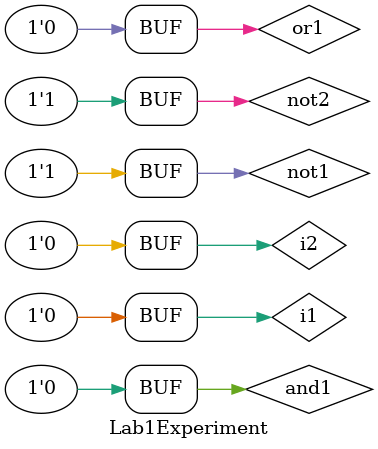
<source format=v>
module Lab1Experiment;
    reg i1,i2;
    wire not1,not2,and1,or1;

    not(not1,i1);
    not(not2,i2);
    and(and1,i1,i2);
    or(or1,i1,i2);

    initial begin
        #1 i1=0;
        #1 $display("NOT Gate");
        #1 $monitor("x=%b,n=%b",i1,not1);
        #1 i1=1;
        #1 i1=0; i2=0;
        #1 $display("AND Gate");
        #1 $monitor("x=%b,y=%b,n=%b",i1,i2,and1);
        #1 i1=0; i2=1;
        #1 i1=1; i2=0;
        #1 i1=1; i2=1;
        #1 $display("OR Gate");
        #1 $monitor("x=%b,y=%b,n=%b",i1,i2,or1);
        #1 i1=1; i2=0;
        #1 i1=0; i2=1;
        #1 i1=0; i2=0;
    end
endmodule
</source>
